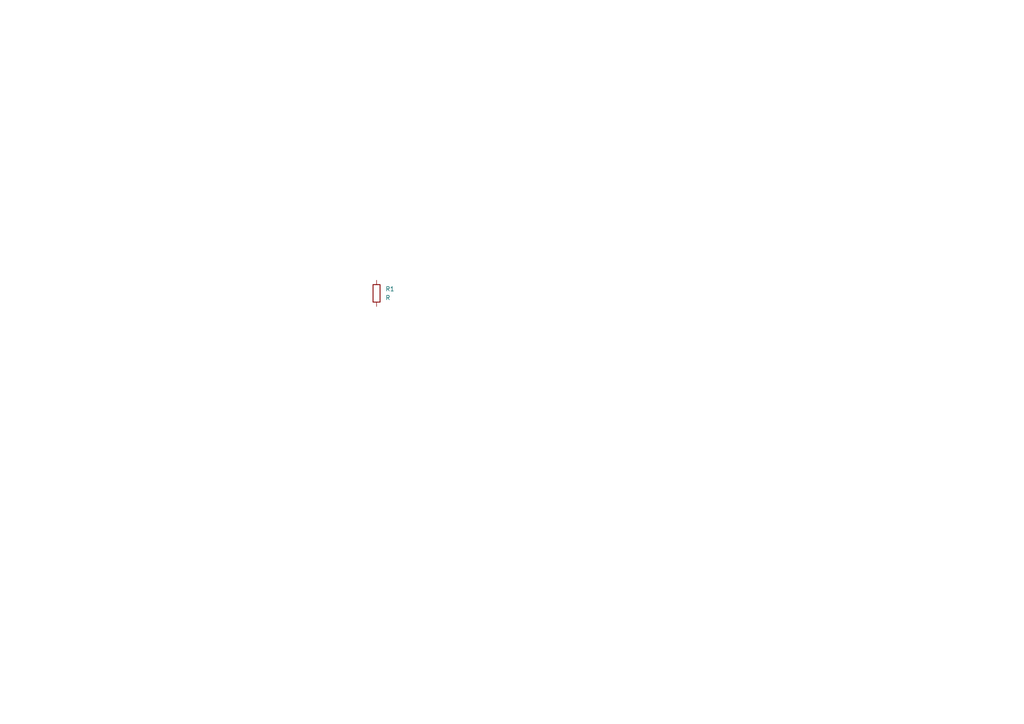
<source format=kicad_sch>
(kicad_sch (version 20230121) (generator eeschema)
  (paper "A4")
  (lib_symbols
    (symbol "Device:R" (pin_numbers hide) (pin_names (offset 0))
      (property "Reference" "R" (at 2.032 0 90))
      (property "Value" "R" (at 0 0 90))
      (symbol "R_0_1"
        (rectangle (start -1.016 -2.54) (end 1.016 2.54) (stroke (width 0.254)))
      )
      (symbol "R_1_1"
        (pin passive line (at 0 3.81 270) (length 1.27) (name "~") (number "1"))
        (pin passive line (at 0 -3.81 90) (length 1.27) (name "~") (number "2"))
      )
    )
  )
  (symbol (lib_id "Device:R") (at 109.22 85.09 0) (unit 1)
    (property "Reference" "R1" (at 111.76 83.82 0) (effects (justify left)))
    (property "Value" "R" (at 111.76 86.36 0) (effects (justify left)))
  )
)
</source>
